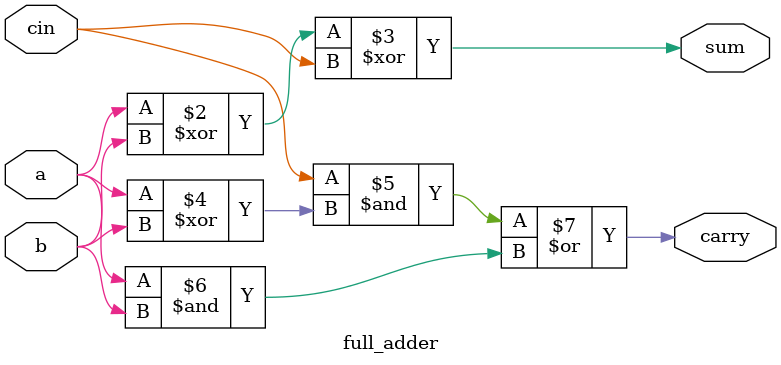
<source format=sv>
/*********************************************************/
// MODULE: 
//
// FILE NAME: full_adder.sv 
// VERSION: 0.1
// DATE: 2021-May-18 
// AUTHOR: KavinRaj D
//
// CODE TYPE: RTL or Behavioral Level
//
// DESCRIPTION:
//
/*********************************************************/

module full_adder
(
	input a, b, cin,
	output logic sum, carry
);

always_comb begin
	sum = a ^ b ^ cin ;
	//carry = (a&b) | (b&c) | (a&c);
	carry = cin & (a ^ b) | (a & b);
end

endmodule : full_adder

</source>
